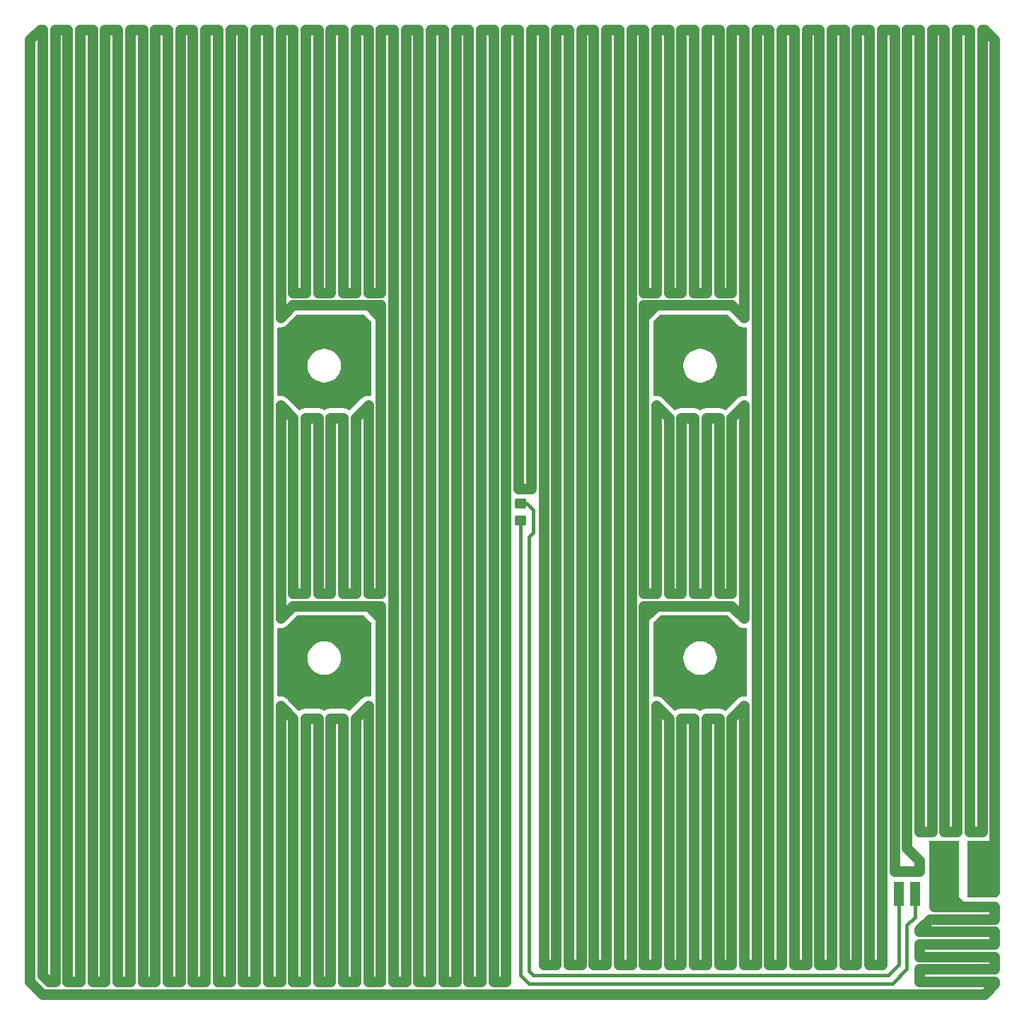
<source format=gbr>
%TF.GenerationSoftware,KiCad,Pcbnew,9.0.1*%
%TF.CreationDate,2025-09-29T15:26:36+08:00*%
%TF.ProjectId,custom_heater,63757374-6f6d-45f6-9865-617465722e6b,3*%
%TF.SameCoordinates,Original*%
%TF.FileFunction,Copper,L1,Top*%
%TF.FilePolarity,Positive*%
%FSLAX46Y46*%
G04 Gerber Fmt 4.6, Leading zero omitted, Abs format (unit mm)*
G04 Created by KiCad (PCBNEW 9.0.1) date 2025-09-29 15:26:36*
%MOMM*%
%LPD*%
G01*
G04 APERTURE LIST*
G04 Aperture macros list*
%AMRoundRect*
0 Rectangle with rounded corners*
0 $1 Rounding radius*
0 $2 $3 $4 $5 $6 $7 $8 $9 X,Y pos of 4 corners*
0 Add a 4 corners polygon primitive as box body*
4,1,4,$2,$3,$4,$5,$6,$7,$8,$9,$2,$3,0*
0 Add four circle primitives for the rounded corners*
1,1,$1+$1,$2,$3*
1,1,$1+$1,$4,$5*
1,1,$1+$1,$6,$7*
1,1,$1+$1,$8,$9*
0 Add four rect primitives between the rounded corners*
20,1,$1+$1,$2,$3,$4,$5,0*
20,1,$1+$1,$4,$5,$6,$7,0*
20,1,$1+$1,$6,$7,$8,$9,0*
20,1,$1+$1,$8,$9,$2,$3,0*%
G04 Aperture macros list end*
%TA.AperFunction,SMDPad,CuDef*%
%ADD10R,1.200000X3.000000*%
%TD*%
%TA.AperFunction,SMDPad,CuDef*%
%ADD11RoundRect,0.250000X0.450000X-0.350000X0.450000X0.350000X-0.450000X0.350000X-0.450000X-0.350000X0*%
%TD*%
%TA.AperFunction,SMDPad,CuDef*%
%ADD12R,3.600000X6.900000*%
%TD*%
%TA.AperFunction,Conductor*%
%ADD13C,1.300000*%
%TD*%
%TA.AperFunction,Conductor*%
%ADD14C,0.400000*%
%TD*%
G04 APERTURE END LIST*
D10*
%TO.P,,1*%
%TO.N,N/C*%
X201650000Y-145850000D03*
%TD*%
%TO.P,,1*%
%TO.N,N/C*%
X199650000Y-145850000D03*
%TD*%
D11*
%TO.P,B3950 100K,1*%
%TO.N,N/C*%
X154400000Y-101100000D03*
%TO.P,B3950 100K,2*%
X154400000Y-99100000D03*
%TD*%
D12*
%TO.P,,1*%
%TO.N,N/C*%
X205150000Y-142850000D03*
%TD*%
%TO.P,,1*%
%TO.N,N/C*%
X209650000Y-142850000D03*
%TD*%
D13*
%TO.N,*%
X179650000Y-75350000D02*
X170650000Y-75350000D01*
X181150000Y-76850000D02*
X179650000Y-75350000D01*
X181150000Y-42350000D02*
X181150000Y-76850000D01*
X179650000Y-42350000D02*
X181150000Y-42350000D01*
X178150000Y-73850000D02*
X179650000Y-73850000D01*
X178150000Y-42350000D02*
X178150000Y-73850000D01*
X176650000Y-42350000D02*
X178150000Y-42350000D01*
X176650000Y-73850000D02*
X176650000Y-42350000D01*
X175150000Y-73850000D02*
X176650000Y-73850000D01*
X175150000Y-42350000D02*
X175150000Y-73850000D01*
X173650000Y-42350000D02*
X175150000Y-42350000D01*
X173650000Y-73850000D02*
X173650000Y-42350000D01*
X172150000Y-73850000D02*
X173650000Y-73850000D01*
X172150000Y-42350000D02*
X172150000Y-73850000D01*
X179650000Y-73850000D02*
X179650000Y-42350000D01*
X169150000Y-73850000D02*
X170650000Y-73850000D01*
X169150000Y-42350000D02*
X169150000Y-73850000D01*
X167650000Y-154350000D02*
X167650000Y-42350000D01*
X166150000Y-154350000D02*
X167650000Y-154350000D01*
X164650000Y-42350000D02*
X166150000Y-42350000D01*
X161650000Y-42350000D02*
X163150000Y-42350000D01*
X161650000Y-154350000D02*
X161650000Y-42350000D01*
X160150000Y-42350000D02*
X160150000Y-154350000D01*
X157150000Y-154350000D02*
X158650000Y-154350000D01*
X155650000Y-42350000D02*
X157150000Y-42350000D01*
X155650000Y-97350000D02*
X155650000Y-42350000D01*
X154150000Y-97350000D02*
X155650000Y-97350000D01*
X154150000Y-42350000D02*
X154150000Y-97350000D01*
X152650000Y-156350000D02*
X152650000Y-42350000D01*
X151150000Y-156350000D02*
X152650000Y-156350000D01*
X151150000Y-42350000D02*
X151150000Y-156350000D01*
X148150000Y-42350000D02*
X148150000Y-156350000D01*
X146650000Y-156350000D02*
X146650000Y-42350000D01*
X148150000Y-156350000D02*
X149650000Y-156350000D01*
X145150000Y-156350000D02*
X146650000Y-156350000D01*
X145150000Y-42350000D02*
X145150000Y-156350000D01*
X143650000Y-42350000D02*
X145150000Y-42350000D01*
X152650000Y-42350000D02*
X154150000Y-42350000D01*
X142150000Y-156350000D02*
X143650000Y-156350000D01*
X142150000Y-42350000D02*
X142150000Y-156350000D01*
X140650000Y-42350000D02*
X142150000Y-42350000D01*
X149650000Y-42350000D02*
X151150000Y-42350000D01*
X140650000Y-156350000D02*
X140650000Y-42350000D01*
X139150000Y-156350000D02*
X140650000Y-156350000D01*
X146650000Y-42350000D02*
X148150000Y-42350000D01*
X139150000Y-42350000D02*
X139150000Y-156350000D01*
X137650000Y-42350000D02*
X139150000Y-42350000D01*
X164650000Y-154350000D02*
X164650000Y-42350000D01*
X137650000Y-73850000D02*
X137650000Y-42350000D01*
X136150000Y-73850000D02*
X137650000Y-73850000D01*
X163150000Y-154350000D02*
X164650000Y-154350000D01*
X136150000Y-42350000D02*
X136150000Y-73850000D01*
X134650000Y-42350000D02*
X136150000Y-42350000D01*
X134650000Y-73850000D02*
X134650000Y-42350000D01*
X149650000Y-156350000D02*
X149650000Y-42350000D01*
X133150000Y-73850000D02*
X134650000Y-73850000D01*
X143650000Y-156350000D02*
X143650000Y-42350000D01*
X133150000Y-42350000D02*
X133150000Y-73850000D01*
X131650000Y-42350000D02*
X133150000Y-42350000D01*
X131650000Y-73850000D02*
X131650000Y-42350000D01*
X130150000Y-73850000D02*
X131650000Y-73850000D01*
X163150000Y-42350000D02*
X163150000Y-154350000D01*
X166150000Y-42350000D02*
X166150000Y-154350000D01*
X130150000Y-42350000D02*
X130150000Y-73850000D01*
X158650000Y-42350000D02*
X160150000Y-42350000D01*
X128650000Y-42350000D02*
X130150000Y-42350000D01*
X128650000Y-73850000D02*
X128650000Y-42350000D01*
X167650000Y-42350000D02*
X169150000Y-42350000D01*
X125650000Y-42350000D02*
X127150000Y-42350000D01*
X170650000Y-42350000D02*
X172150000Y-42350000D01*
X158650000Y-154350000D02*
X158650000Y-42350000D01*
X125650000Y-76850000D02*
X125650000Y-42350000D01*
X170650000Y-73850000D02*
X170650000Y-42350000D01*
X127150000Y-42350000D02*
X127150000Y-73850000D01*
X127150000Y-73850000D02*
X128650000Y-73850000D01*
X160150000Y-154350000D02*
X161650000Y-154350000D01*
X136150000Y-75350000D02*
X127150000Y-75350000D01*
X127150000Y-75350000D02*
X125650000Y-76850000D01*
X157150000Y-42350000D02*
X157150000Y-154350000D01*
D14*
X201650000Y-146100000D02*
X201900000Y-145850000D01*
X200650000Y-149600000D02*
X201650000Y-148600000D01*
X200650000Y-154850000D02*
X200650000Y-149600000D01*
X198900000Y-156600000D02*
X200650000Y-154850000D01*
X155400000Y-156600000D02*
X198900000Y-156600000D01*
X154400000Y-155600000D02*
X155400000Y-156600000D01*
X154400000Y-101100000D02*
X154400000Y-155600000D01*
X201650000Y-148600000D02*
X201650000Y-146100000D01*
X199650000Y-146850000D02*
X199900000Y-146600000D01*
X199650000Y-154350000D02*
X199650000Y-146850000D01*
X198400000Y-155600000D02*
X199650000Y-154350000D01*
X155900000Y-155600000D02*
X198400000Y-155600000D01*
X155900000Y-102600000D02*
X155400000Y-103100000D01*
X155900000Y-99850000D02*
X155900000Y-102600000D01*
X154400000Y-99100000D02*
X155150000Y-99100000D01*
X199900000Y-146600000D02*
X199900000Y-145850000D01*
X155400000Y-103100000D02*
X155400000Y-155100000D01*
X155150000Y-99100000D02*
X155900000Y-99850000D01*
X155400000Y-155100000D02*
X155900000Y-155600000D01*
D13*
X209900000Y-42350000D02*
X211150000Y-43600000D01*
X209650000Y-42350000D02*
X209900000Y-42350000D01*
X208150000Y-138350000D02*
X209650000Y-138350000D01*
X208150000Y-42350000D02*
X208150000Y-138350000D01*
X206650000Y-42350000D02*
X208150000Y-42350000D01*
X206650000Y-138350000D02*
X206650000Y-42350000D01*
X205150000Y-42350000D02*
X205150000Y-138350000D01*
X203650000Y-42350000D02*
X205150000Y-42350000D01*
X203650000Y-138350000D02*
X203650000Y-42350000D01*
X202150000Y-138350000D02*
X203650000Y-138350000D01*
X202150000Y-42350000D02*
X202150000Y-138350000D01*
X202150000Y-141850000D02*
X200650000Y-140350000D01*
X211150000Y-43600000D02*
X211150000Y-138100000D01*
X202150000Y-143100000D02*
X202150000Y-141850000D01*
X197650000Y-42350000D02*
X199150000Y-42350000D01*
X199150000Y-143100000D02*
X202150000Y-143100000D01*
X197650000Y-154350000D02*
X197650000Y-42350000D01*
X194650000Y-42350000D02*
X196150000Y-42350000D01*
X200650000Y-140350000D02*
X200650000Y-42350000D01*
X194650000Y-154350000D02*
X194650000Y-42350000D01*
X193150000Y-154350000D02*
X194650000Y-154350000D01*
X191650000Y-42350000D02*
X193150000Y-42350000D01*
X190150000Y-154350000D02*
X191650000Y-154350000D01*
X190150000Y-42350000D02*
X190150000Y-154350000D01*
X200650000Y-42350000D02*
X202150000Y-42350000D01*
X188650000Y-42350000D02*
X190150000Y-42350000D01*
X187150000Y-154350000D02*
X188650000Y-154350000D01*
X185650000Y-42350000D02*
X187150000Y-42350000D01*
X209650000Y-138350000D02*
X209650000Y-42350000D01*
X185650000Y-154350000D02*
X185650000Y-42350000D01*
X184150000Y-154350000D02*
X185650000Y-154350000D01*
X184150000Y-42350000D02*
X184150000Y-154350000D01*
X182650000Y-154350000D02*
X182650000Y-42350000D01*
X181150000Y-154350000D02*
X182650000Y-154350000D01*
X205150000Y-138350000D02*
X206650000Y-138350000D01*
X181150000Y-123350000D02*
X181150000Y-154350000D01*
X179650000Y-124850000D02*
X181150000Y-123350000D01*
X179650000Y-154350000D02*
X179650000Y-124850000D01*
X178150000Y-154350000D02*
X179650000Y-154350000D01*
X178150000Y-124850000D02*
X178150000Y-154350000D01*
X182650000Y-42350000D02*
X184150000Y-42350000D01*
X176650000Y-124850000D02*
X178150000Y-124850000D01*
X188650000Y-154350000D02*
X188650000Y-42350000D01*
X176650000Y-154350000D02*
X176650000Y-124850000D01*
X199150000Y-42350000D02*
X199150000Y-143100000D01*
X175150000Y-154350000D02*
X176650000Y-154350000D01*
X175150000Y-124850000D02*
X175150000Y-154350000D01*
X173650000Y-124850000D02*
X175150000Y-124850000D01*
X196150000Y-154350000D02*
X197650000Y-154350000D01*
X172150000Y-154350000D02*
X173650000Y-154350000D01*
X172150000Y-124850000D02*
X172150000Y-154350000D01*
X196150000Y-42350000D02*
X196150000Y-154350000D01*
X170650000Y-123350000D02*
X172150000Y-124850000D01*
X173650000Y-154350000D02*
X173650000Y-124850000D01*
X170650000Y-154350000D02*
X170650000Y-123350000D01*
X193150000Y-42350000D02*
X193150000Y-154350000D01*
X169150000Y-154350000D02*
X170650000Y-154350000D01*
X169150000Y-112850000D02*
X169150000Y-154350000D01*
X187150000Y-42350000D02*
X187150000Y-154350000D01*
X191650000Y-154350000D02*
X191650000Y-42350000D01*
X211150000Y-147350000D02*
X208150000Y-147350000D01*
X211150000Y-148850000D02*
X211150000Y-147350000D01*
X202150000Y-150100000D02*
X203400000Y-148850000D01*
X202150000Y-150350000D02*
X202150000Y-150100000D01*
X211150000Y-150350000D02*
X202150000Y-150350000D01*
X211150000Y-151850000D02*
X211150000Y-150350000D01*
X202150000Y-151850000D02*
X211150000Y-151850000D01*
X202150000Y-153350000D02*
X202150000Y-151850000D01*
X211150000Y-153350000D02*
X202150000Y-153350000D01*
X211150000Y-154850000D02*
X211150000Y-153350000D01*
X202150000Y-154850000D02*
X211150000Y-154850000D01*
X202150000Y-156350000D02*
X202150000Y-154850000D01*
X211150000Y-156350000D02*
X202150000Y-156350000D01*
X209900000Y-157850000D02*
X211150000Y-156600000D01*
X95650000Y-156350000D02*
X97150000Y-157850000D01*
X95650000Y-43600000D02*
X95650000Y-156350000D01*
X97150000Y-42350000D02*
X96900000Y-42350000D01*
X203400000Y-148850000D02*
X211150000Y-148850000D01*
X97150000Y-155600000D02*
X97150000Y-42350000D01*
X98650000Y-156350000D02*
X97900000Y-156350000D01*
X98650000Y-42350000D02*
X98650000Y-156350000D01*
X100150000Y-42350000D02*
X98650000Y-42350000D01*
X101650000Y-156350000D02*
X100150000Y-156350000D01*
X103150000Y-156350000D02*
X103150000Y-42350000D01*
X107650000Y-156350000D02*
X106150000Y-156350000D01*
X101650000Y-42350000D02*
X101650000Y-156350000D01*
X107650000Y-42350000D02*
X107650000Y-156350000D01*
X96900000Y-42350000D02*
X95650000Y-43600000D01*
X109150000Y-42350000D02*
X107650000Y-42350000D01*
X109150000Y-156350000D02*
X109150000Y-42350000D01*
X110650000Y-156350000D02*
X109150000Y-156350000D01*
X110650000Y-42350000D02*
X110650000Y-156350000D01*
X97900000Y-156350000D02*
X97150000Y-155600000D01*
X112150000Y-156350000D02*
X112150000Y-42350000D01*
X104650000Y-42350000D02*
X104650000Y-156350000D01*
X113650000Y-156350000D02*
X112150000Y-156350000D01*
X115150000Y-42350000D02*
X113650000Y-42350000D01*
X116650000Y-156350000D02*
X115150000Y-156350000D01*
X211150000Y-156600000D02*
X211150000Y-156350000D01*
X116650000Y-42350000D02*
X116650000Y-156350000D01*
X118150000Y-42350000D02*
X116650000Y-42350000D01*
X118150000Y-156350000D02*
X118150000Y-42350000D01*
X106150000Y-42350000D02*
X104650000Y-42350000D01*
X100150000Y-156350000D02*
X100150000Y-42350000D01*
X119650000Y-156350000D02*
X118150000Y-156350000D01*
X119650000Y-42350000D02*
X119650000Y-156350000D01*
X97150000Y-157850000D02*
X209900000Y-157850000D01*
X121150000Y-42350000D02*
X119650000Y-42350000D01*
X121150000Y-156350000D02*
X121150000Y-42350000D01*
X122650000Y-156350000D02*
X121150000Y-156350000D01*
X122650000Y-42350000D02*
X122650000Y-156350000D01*
X124150000Y-156350000D02*
X124150000Y-42350000D01*
X125650000Y-156350000D02*
X124150000Y-156350000D01*
X115150000Y-156350000D02*
X115150000Y-42350000D01*
X127150000Y-124850000D02*
X125650000Y-123350000D01*
X127150000Y-156350000D02*
X127150000Y-124850000D01*
X128650000Y-156350000D02*
X127150000Y-156350000D01*
X128650000Y-124850000D02*
X128650000Y-156350000D01*
X130150000Y-124850000D02*
X128650000Y-124850000D01*
X130150000Y-156350000D02*
X130150000Y-124850000D01*
X124150000Y-42350000D02*
X122650000Y-42350000D01*
X131650000Y-156350000D02*
X130150000Y-156350000D01*
X112150000Y-42350000D02*
X110650000Y-42350000D01*
X131650000Y-124850000D02*
X131650000Y-156350000D01*
X134650000Y-156350000D02*
X133150000Y-156350000D01*
X104650000Y-156350000D02*
X103150000Y-156350000D01*
X136150000Y-156350000D02*
X136150000Y-123350000D01*
X113650000Y-42350000D02*
X113650000Y-156350000D01*
X133150000Y-156350000D02*
X133150000Y-124850000D01*
X125650000Y-123350000D02*
X125650000Y-156350000D01*
X137650000Y-156350000D02*
X136150000Y-156350000D01*
X137650000Y-112850000D02*
X137650000Y-156350000D01*
X103150000Y-42350000D02*
X101650000Y-42350000D01*
X136150000Y-123350000D02*
X134650000Y-124850000D01*
X106150000Y-156350000D02*
X106150000Y-42350000D01*
X134650000Y-124850000D02*
X134650000Y-156350000D01*
X133150000Y-124850000D02*
X131650000Y-124850000D01*
X175150000Y-88850000D02*
X175150000Y-109850000D01*
X125650000Y-112850000D02*
X125650000Y-87350000D01*
X134650000Y-109850000D02*
X134650000Y-88850000D01*
X131650000Y-109850000D02*
X131650000Y-88850000D01*
X169150000Y-109850000D02*
X170650000Y-109850000D01*
X176650000Y-109850000D02*
X176650000Y-88850000D01*
X170650000Y-111350000D02*
X169150000Y-112850000D01*
X127150000Y-109850000D02*
X128650000Y-109850000D01*
X127150000Y-111350000D02*
X125650000Y-112850000D01*
X130150000Y-109850000D02*
X131650000Y-109850000D01*
X137650000Y-76850000D02*
X137650000Y-75350000D01*
X133150000Y-88850000D02*
X133150000Y-109850000D01*
X173650000Y-109850000D02*
X173650000Y-88850000D01*
X130150000Y-88850000D02*
X130150000Y-109850000D01*
X203900000Y-144100000D02*
X205150000Y-142850000D01*
X131650000Y-88850000D02*
X133150000Y-88850000D01*
X211150000Y-138100000D02*
X211150000Y-145600000D01*
X179650000Y-109850000D02*
X179650000Y-88850000D01*
X172150000Y-109850000D02*
X173650000Y-109850000D01*
X208150000Y-147350000D02*
X203900000Y-147350000D01*
X137650000Y-112850000D02*
X136150000Y-111350000D01*
X169150000Y-75350000D02*
X170650000Y-75350000D01*
X136150000Y-109850000D02*
X137650000Y-109850000D01*
X133150000Y-109850000D02*
X134650000Y-109850000D01*
X136150000Y-87350000D02*
X136150000Y-109850000D01*
X170650000Y-109850000D02*
X170650000Y-87350000D01*
X208150000Y-147350000D02*
X207150000Y-147350000D01*
X127150000Y-88850000D02*
X127150000Y-109850000D01*
X207150000Y-147350000D02*
X204400000Y-144600000D01*
X169150000Y-76850000D02*
X169150000Y-75350000D01*
X137650000Y-111350000D02*
X136150000Y-111350000D01*
X211150000Y-138100000D02*
X211150000Y-141350000D01*
X173650000Y-88850000D02*
X175150000Y-88850000D01*
X179650000Y-111350000D02*
X170650000Y-111350000D01*
X181150000Y-112850000D02*
X179650000Y-111350000D01*
X136150000Y-111350000D02*
X127150000Y-111350000D01*
X181150000Y-87350000D02*
X181150000Y-112850000D01*
X172150000Y-88850000D02*
X172150000Y-109850000D01*
X137650000Y-112850000D02*
X137650000Y-111350000D01*
X211150000Y-141350000D02*
X209650000Y-142850000D01*
X175150000Y-109850000D02*
X176650000Y-109850000D01*
X134650000Y-88850000D02*
X136150000Y-87350000D01*
X137650000Y-75350000D02*
X136150000Y-75350000D01*
X170650000Y-111350000D02*
X172150000Y-111350000D01*
X125650000Y-87350000D02*
X127150000Y-88850000D01*
X128650000Y-109850000D02*
X128650000Y-88850000D01*
X169150000Y-112850000D02*
X169150000Y-111350000D01*
X170650000Y-87350000D02*
X172150000Y-88850000D01*
X170650000Y-75350000D02*
X169150000Y-76850000D01*
X169150000Y-76850000D02*
X169150000Y-109850000D01*
X179650000Y-88850000D02*
X181150000Y-87350000D01*
X137650000Y-76850000D02*
X136150000Y-75350000D01*
X176650000Y-88850000D02*
X178150000Y-88850000D01*
X203900000Y-147350000D02*
X203900000Y-144100000D01*
X137650000Y-109850000D02*
X137650000Y-76850000D01*
X204400000Y-144600000D02*
X205150000Y-145350000D01*
X178150000Y-109850000D02*
X179650000Y-109850000D01*
X169150000Y-111350000D02*
X170650000Y-111350000D01*
X178150000Y-88850000D02*
X178150000Y-109850000D01*
X205150000Y-145350000D02*
X205150000Y-147100000D01*
X128650000Y-88850000D02*
X130150000Y-88850000D01*
%TD*%
%TA.AperFunction,NonConductor*%
G36*
X179189124Y-76520185D02*
G01*
X179209766Y-76536819D01*
X180269321Y-77596374D01*
X180269335Y-77596389D01*
X180272446Y-77599500D01*
X180272447Y-77599501D01*
X180400499Y-77727553D01*
X180400502Y-77727555D01*
X180400506Y-77727559D01*
X180533364Y-77824084D01*
X180547006Y-77833996D01*
X180652484Y-77887740D01*
X180708360Y-77916211D01*
X180708363Y-77916212D01*
X180794476Y-77944191D01*
X180880591Y-77972171D01*
X181059453Y-78000501D01*
X181059454Y-78000501D01*
X181240545Y-78000501D01*
X181240546Y-78000501D01*
X181356102Y-77982198D01*
X181425395Y-77991152D01*
X181478847Y-78036148D01*
X181499487Y-78102900D01*
X181499500Y-78104671D01*
X181499500Y-86095328D01*
X181479815Y-86162367D01*
X181427011Y-86208122D01*
X181357853Y-86218066D01*
X181356103Y-86217801D01*
X181240546Y-86199499D01*
X181059453Y-86199499D01*
X181005012Y-86208122D01*
X180880589Y-86227829D01*
X180708363Y-86283787D01*
X180708360Y-86283788D01*
X180547002Y-86366006D01*
X180400505Y-86472441D01*
X180400500Y-86472445D01*
X180272444Y-86600502D01*
X178974966Y-87897979D01*
X178913643Y-87931464D01*
X178843951Y-87926480D01*
X178814401Y-87910617D01*
X178752996Y-87866005D01*
X178591639Y-87783788D01*
X178591636Y-87783787D01*
X178419410Y-87727829D01*
X178240551Y-87699500D01*
X178240546Y-87699500D01*
X176740546Y-87699500D01*
X176559454Y-87699500D01*
X176559449Y-87699500D01*
X176380589Y-87727829D01*
X176208363Y-87783787D01*
X176208360Y-87783788D01*
X176047003Y-87866005D01*
X175972884Y-87919855D01*
X175907078Y-87943334D01*
X175839024Y-87927508D01*
X175827116Y-87919855D01*
X175752996Y-87866005D01*
X175591639Y-87783788D01*
X175591636Y-87783787D01*
X175419410Y-87727829D01*
X175240551Y-87699500D01*
X175240546Y-87699500D01*
X173740546Y-87699500D01*
X173559454Y-87699500D01*
X173559449Y-87699500D01*
X173380589Y-87727829D01*
X173208363Y-87783787D01*
X173208360Y-87783788D01*
X173047003Y-87866005D01*
X172985598Y-87910618D01*
X172919792Y-87934097D01*
X172851738Y-87918271D01*
X172825033Y-87897980D01*
X171531893Y-86604840D01*
X171531884Y-86604830D01*
X171527553Y-86600499D01*
X171399501Y-86472447D01*
X171399497Y-86472444D01*
X171399493Y-86472440D01*
X171252997Y-86366006D01*
X171252996Y-86366005D01*
X171252994Y-86366004D01*
X171201300Y-86339664D01*
X171091639Y-86283788D01*
X171091636Y-86283787D01*
X170919410Y-86227829D01*
X170829977Y-86213664D01*
X170740546Y-86199499D01*
X170559454Y-86199499D01*
X170443897Y-86217801D01*
X170374604Y-86208846D01*
X170321152Y-86163850D01*
X170300513Y-86097098D01*
X170300500Y-86095328D01*
X170300500Y-82468872D01*
X173899500Y-82468872D01*
X173899500Y-82731127D01*
X173926123Y-82933339D01*
X173933730Y-82991116D01*
X174001602Y-83244418D01*
X174001605Y-83244428D01*
X174019110Y-83286687D01*
X174019111Y-83286691D01*
X174033601Y-83321676D01*
X174033615Y-83321708D01*
X174101953Y-83486690D01*
X174101957Y-83486697D01*
X174132946Y-83540371D01*
X174160779Y-83588582D01*
X174233071Y-83713795D01*
X174233082Y-83713811D01*
X174281301Y-83776652D01*
X174320179Y-83827318D01*
X174390041Y-83918362D01*
X174392718Y-83921851D01*
X174574171Y-84103304D01*
X174578151Y-84107284D01*
X174672688Y-84179825D01*
X174723355Y-84218703D01*
X174786191Y-84266920D01*
X174786197Y-84266924D01*
X174959630Y-84367055D01*
X175013291Y-84398037D01*
X175013300Y-84398041D01*
X175013303Y-84398043D01*
X175013307Y-84398044D01*
X175013312Y-84398047D01*
X175178280Y-84466379D01*
X175184933Y-84469134D01*
X175255581Y-84498398D01*
X175508884Y-84566270D01*
X175768880Y-84600500D01*
X175768887Y-84600500D01*
X176031113Y-84600500D01*
X176031120Y-84600500D01*
X176291116Y-84566270D01*
X176544419Y-84498398D01*
X176786697Y-84398043D01*
X177013803Y-84266924D01*
X177221851Y-84107282D01*
X177407282Y-83921851D01*
X177566924Y-83713803D01*
X177698043Y-83486697D01*
X177798398Y-83244419D01*
X177866270Y-82991116D01*
X177900500Y-82731120D01*
X177900500Y-82468880D01*
X177866270Y-82208884D01*
X177798398Y-81955581D01*
X177698043Y-81713303D01*
X177698040Y-81713299D01*
X177698037Y-81713291D01*
X177667055Y-81659630D01*
X177667054Y-81659629D01*
X177667049Y-81659620D01*
X177566924Y-81486197D01*
X177566916Y-81486187D01*
X177518703Y-81423355D01*
X177479817Y-81372678D01*
X177407284Y-81278151D01*
X177407272Y-81278139D01*
X177221851Y-81092718D01*
X177127318Y-81020179D01*
X177076652Y-80981301D01*
X177013811Y-80933082D01*
X177013809Y-80933080D01*
X177013803Y-80933076D01*
X177013798Y-80933073D01*
X177013795Y-80933071D01*
X176888585Y-80860781D01*
X176862340Y-80845629D01*
X176786697Y-80801957D01*
X176786695Y-80801956D01*
X176786690Y-80801953D01*
X176621708Y-80733615D01*
X176621708Y-80733614D01*
X176586697Y-80719113D01*
X176586687Y-80719110D01*
X176544428Y-80701605D01*
X176544421Y-80701603D01*
X176544419Y-80701602D01*
X176291116Y-80633730D01*
X176233339Y-80626123D01*
X176031127Y-80599500D01*
X176031120Y-80599500D01*
X175768880Y-80599500D01*
X175768872Y-80599500D01*
X175537772Y-80629926D01*
X175508884Y-80633730D01*
X175489515Y-80638920D01*
X175255577Y-80701603D01*
X175213301Y-80719113D01*
X175213300Y-80719112D01*
X175178330Y-80733597D01*
X175178291Y-80733615D01*
X175013304Y-80801956D01*
X175013301Y-80801957D01*
X174959623Y-80832946D01*
X174959624Y-80832947D01*
X174911422Y-80860777D01*
X174786197Y-80933076D01*
X174786187Y-80933082D01*
X174723349Y-80981300D01*
X174672690Y-81020171D01*
X174672679Y-81020181D01*
X174578141Y-81092724D01*
X174578139Y-81092726D01*
X174508881Y-81161983D01*
X174461983Y-81208881D01*
X174392726Y-81278139D01*
X174392724Y-81278141D01*
X174320181Y-81372679D01*
X174320180Y-81372678D01*
X174281300Y-81423349D01*
X174233082Y-81486187D01*
X174233076Y-81486197D01*
X174160777Y-81611422D01*
X174132949Y-81659620D01*
X174101957Y-81713301D01*
X174101956Y-81713304D01*
X174033615Y-81878291D01*
X174033614Y-81878290D01*
X174019114Y-81913295D01*
X174019113Y-81913301D01*
X174001603Y-81955577D01*
X173933730Y-82208885D01*
X173899500Y-82468872D01*
X170300500Y-82468872D01*
X170300500Y-77377915D01*
X170320185Y-77310876D01*
X170336819Y-77290234D01*
X171090234Y-76536819D01*
X171151557Y-76503334D01*
X171177915Y-76500500D01*
X179122085Y-76500500D01*
X179189124Y-76520185D01*
G37*
%TD.AperFunction*%
%TA.AperFunction,NonConductor*%
G36*
X135689124Y-76520185D02*
G01*
X135709766Y-76536819D01*
X136463181Y-77290234D01*
X136496666Y-77351557D01*
X136499500Y-77377915D01*
X136499500Y-86095328D01*
X136479815Y-86162367D01*
X136427011Y-86208122D01*
X136357853Y-86218066D01*
X136356103Y-86217801D01*
X136240546Y-86199499D01*
X136059453Y-86199499D01*
X136005012Y-86208122D01*
X135880589Y-86227829D01*
X135708363Y-86283787D01*
X135708360Y-86283788D01*
X135547002Y-86366006D01*
X135400505Y-86472441D01*
X135400500Y-86472445D01*
X135272444Y-86600502D01*
X133974966Y-87897979D01*
X133913643Y-87931464D01*
X133843951Y-87926480D01*
X133814401Y-87910617D01*
X133752996Y-87866005D01*
X133591639Y-87783788D01*
X133591636Y-87783787D01*
X133419410Y-87727829D01*
X133240551Y-87699500D01*
X133240546Y-87699500D01*
X131740546Y-87699500D01*
X131559454Y-87699500D01*
X131559449Y-87699500D01*
X131380589Y-87727829D01*
X131208363Y-87783787D01*
X131208360Y-87783788D01*
X131047003Y-87866005D01*
X130972884Y-87919855D01*
X130907078Y-87943334D01*
X130839024Y-87927508D01*
X130827116Y-87919855D01*
X130752996Y-87866005D01*
X130591639Y-87783788D01*
X130591636Y-87783787D01*
X130419410Y-87727829D01*
X130240551Y-87699500D01*
X130240546Y-87699500D01*
X128740546Y-87699500D01*
X128559454Y-87699500D01*
X128559449Y-87699500D01*
X128380589Y-87727829D01*
X128208363Y-87783787D01*
X128208360Y-87783788D01*
X128047003Y-87866005D01*
X127985598Y-87910618D01*
X127919792Y-87934097D01*
X127851738Y-87918271D01*
X127825033Y-87897980D01*
X126531893Y-86604840D01*
X126531884Y-86604830D01*
X126527553Y-86600499D01*
X126399501Y-86472447D01*
X126399497Y-86472444D01*
X126399493Y-86472440D01*
X126252997Y-86366006D01*
X126252996Y-86366005D01*
X126252994Y-86366004D01*
X126201300Y-86339664D01*
X126091639Y-86283788D01*
X126091636Y-86283787D01*
X125919410Y-86227829D01*
X125829977Y-86213664D01*
X125740546Y-86199499D01*
X125559454Y-86199499D01*
X125443897Y-86217801D01*
X125374604Y-86208846D01*
X125321152Y-86163850D01*
X125300513Y-86097098D01*
X125300500Y-86095328D01*
X125300500Y-82468872D01*
X128899500Y-82468872D01*
X128899500Y-82731127D01*
X128926123Y-82933339D01*
X128933730Y-82991116D01*
X129001602Y-83244418D01*
X129001605Y-83244428D01*
X129019110Y-83286687D01*
X129019111Y-83286691D01*
X129033601Y-83321676D01*
X129033615Y-83321708D01*
X129101953Y-83486690D01*
X129101957Y-83486697D01*
X129132946Y-83540371D01*
X129160779Y-83588582D01*
X129233071Y-83713795D01*
X129233082Y-83713811D01*
X129281301Y-83776652D01*
X129320179Y-83827318D01*
X129390041Y-83918362D01*
X129392718Y-83921851D01*
X129574171Y-84103304D01*
X129578151Y-84107284D01*
X129672688Y-84179825D01*
X129723355Y-84218703D01*
X129786191Y-84266920D01*
X129786197Y-84266924D01*
X129959630Y-84367055D01*
X130013291Y-84398037D01*
X130013300Y-84398041D01*
X130013303Y-84398043D01*
X130013307Y-84398044D01*
X130013312Y-84398047D01*
X130178280Y-84466379D01*
X130184933Y-84469134D01*
X130255581Y-84498398D01*
X130508884Y-84566270D01*
X130768880Y-84600500D01*
X130768887Y-84600500D01*
X131031113Y-84600500D01*
X131031120Y-84600500D01*
X131291116Y-84566270D01*
X131544419Y-84498398D01*
X131786697Y-84398043D01*
X132013803Y-84266924D01*
X132221851Y-84107282D01*
X132407282Y-83921851D01*
X132566924Y-83713803D01*
X132698043Y-83486697D01*
X132798398Y-83244419D01*
X132866270Y-82991116D01*
X132900500Y-82731120D01*
X132900500Y-82468880D01*
X132866270Y-82208884D01*
X132798398Y-81955581D01*
X132698043Y-81713303D01*
X132698040Y-81713299D01*
X132698037Y-81713291D01*
X132667055Y-81659630D01*
X132667054Y-81659629D01*
X132667049Y-81659620D01*
X132566924Y-81486197D01*
X132566916Y-81486187D01*
X132518703Y-81423355D01*
X132479817Y-81372678D01*
X132407284Y-81278151D01*
X132407272Y-81278139D01*
X132221851Y-81092718D01*
X132127318Y-81020179D01*
X132076652Y-80981301D01*
X132013811Y-80933082D01*
X132013809Y-80933080D01*
X132013803Y-80933076D01*
X132013798Y-80933073D01*
X132013795Y-80933071D01*
X131888585Y-80860781D01*
X131862340Y-80845629D01*
X131786697Y-80801957D01*
X131786695Y-80801956D01*
X131786690Y-80801953D01*
X131621708Y-80733615D01*
X131621708Y-80733614D01*
X131586697Y-80719113D01*
X131586687Y-80719110D01*
X131544428Y-80701605D01*
X131544421Y-80701603D01*
X131544419Y-80701602D01*
X131291116Y-80633730D01*
X131233339Y-80626123D01*
X131031127Y-80599500D01*
X131031120Y-80599500D01*
X130768880Y-80599500D01*
X130768872Y-80599500D01*
X130537772Y-80629926D01*
X130508884Y-80633730D01*
X130489515Y-80638920D01*
X130255577Y-80701603D01*
X130213301Y-80719113D01*
X130213300Y-80719112D01*
X130178330Y-80733597D01*
X130178291Y-80733615D01*
X130013304Y-80801956D01*
X130013301Y-80801957D01*
X129959623Y-80832946D01*
X129959624Y-80832947D01*
X129911422Y-80860777D01*
X129786197Y-80933076D01*
X129786187Y-80933082D01*
X129723349Y-80981300D01*
X129672690Y-81020171D01*
X129672679Y-81020181D01*
X129578141Y-81092724D01*
X129578139Y-81092726D01*
X129508881Y-81161983D01*
X129461983Y-81208881D01*
X129392726Y-81278139D01*
X129392724Y-81278141D01*
X129320181Y-81372679D01*
X129320180Y-81372678D01*
X129281300Y-81423349D01*
X129233082Y-81486187D01*
X129233076Y-81486197D01*
X129160777Y-81611422D01*
X129132949Y-81659620D01*
X129101957Y-81713301D01*
X129101956Y-81713304D01*
X129033615Y-81878291D01*
X129033614Y-81878290D01*
X129019114Y-81913295D01*
X129019113Y-81913301D01*
X129001603Y-81955577D01*
X128933730Y-82208885D01*
X128899500Y-82468872D01*
X125300500Y-82468872D01*
X125300500Y-78104671D01*
X125320185Y-78037632D01*
X125372989Y-77991877D01*
X125442147Y-77981933D01*
X125443875Y-77982194D01*
X125559454Y-78000501D01*
X125559455Y-78000501D01*
X125740545Y-78000501D01*
X125740546Y-78000501D01*
X125919409Y-77972171D01*
X126091639Y-77916211D01*
X126252994Y-77833996D01*
X126252995Y-77833995D01*
X126399501Y-77727553D01*
X126527553Y-77599501D01*
X126527554Y-77599499D01*
X126534614Y-77592439D01*
X126534619Y-77592432D01*
X127590234Y-76536819D01*
X127651557Y-76503334D01*
X127677915Y-76500500D01*
X135622085Y-76500500D01*
X135689124Y-76520185D01*
G37*
%TD.AperFunction*%
%TA.AperFunction,NonConductor*%
G36*
X179189124Y-112520185D02*
G01*
X179209766Y-112536819D01*
X180269321Y-113596374D01*
X180269335Y-113596389D01*
X180272446Y-113599500D01*
X180272447Y-113599501D01*
X180400499Y-113727553D01*
X180400502Y-113727555D01*
X180400506Y-113727559D01*
X180533364Y-113824084D01*
X180547006Y-113833996D01*
X180652484Y-113887740D01*
X180708360Y-113916211D01*
X180708363Y-113916212D01*
X180794476Y-113944191D01*
X180880591Y-113972171D01*
X181059453Y-114000501D01*
X181059454Y-114000501D01*
X181240545Y-114000501D01*
X181240546Y-114000501D01*
X181356102Y-113982198D01*
X181425395Y-113991152D01*
X181478847Y-114036148D01*
X181499487Y-114102900D01*
X181499500Y-114104671D01*
X181499500Y-122095328D01*
X181479815Y-122162367D01*
X181427011Y-122208122D01*
X181357853Y-122218066D01*
X181356103Y-122217801D01*
X181240546Y-122199499D01*
X181059453Y-122199499D01*
X181005012Y-122208122D01*
X180880589Y-122227829D01*
X180708363Y-122283787D01*
X180708360Y-122283788D01*
X180547002Y-122366006D01*
X180400505Y-122472441D01*
X180400500Y-122472445D01*
X180272444Y-122600502D01*
X178974966Y-123897979D01*
X178913643Y-123931464D01*
X178843951Y-123926480D01*
X178814401Y-123910617D01*
X178752996Y-123866005D01*
X178591639Y-123783788D01*
X178591636Y-123783787D01*
X178419410Y-123727829D01*
X178240551Y-123699500D01*
X178240546Y-123699500D01*
X176740546Y-123699500D01*
X176559454Y-123699500D01*
X176559449Y-123699500D01*
X176380589Y-123727829D01*
X176208363Y-123783787D01*
X176208360Y-123783788D01*
X176047003Y-123866005D01*
X175972884Y-123919855D01*
X175907078Y-123943334D01*
X175839024Y-123927508D01*
X175827116Y-123919855D01*
X175752996Y-123866005D01*
X175591639Y-123783788D01*
X175591636Y-123783787D01*
X175419410Y-123727829D01*
X175240551Y-123699500D01*
X175240546Y-123699500D01*
X173740546Y-123699500D01*
X173559454Y-123699500D01*
X173559449Y-123699500D01*
X173380589Y-123727829D01*
X173208363Y-123783787D01*
X173208360Y-123783788D01*
X173047003Y-123866005D01*
X172985598Y-123910618D01*
X172919792Y-123934097D01*
X172851738Y-123918271D01*
X172825033Y-123897980D01*
X171531893Y-122604840D01*
X171531884Y-122604830D01*
X171527553Y-122600499D01*
X171399501Y-122472447D01*
X171399497Y-122472444D01*
X171399493Y-122472440D01*
X171252997Y-122366006D01*
X171252996Y-122366005D01*
X171252994Y-122366004D01*
X171201300Y-122339664D01*
X171091639Y-122283788D01*
X171091636Y-122283787D01*
X170919410Y-122227829D01*
X170829977Y-122213664D01*
X170740546Y-122199499D01*
X170559454Y-122199499D01*
X170443897Y-122217801D01*
X170374604Y-122208846D01*
X170321152Y-122163850D01*
X170300513Y-122097098D01*
X170300500Y-122095328D01*
X170300500Y-117468872D01*
X173899500Y-117468872D01*
X173899500Y-117731127D01*
X173926123Y-117933339D01*
X173933730Y-117991116D01*
X174001602Y-118244418D01*
X174001605Y-118244428D01*
X174019110Y-118286687D01*
X174019111Y-118286691D01*
X174033601Y-118321676D01*
X174033615Y-118321708D01*
X174101953Y-118486690D01*
X174101957Y-118486697D01*
X174132946Y-118540371D01*
X174160779Y-118588582D01*
X174233071Y-118713795D01*
X174233082Y-118713811D01*
X174281301Y-118776652D01*
X174320179Y-118827318D01*
X174390041Y-118918362D01*
X174392718Y-118921851D01*
X174574171Y-119103304D01*
X174578151Y-119107284D01*
X174672688Y-119179825D01*
X174723355Y-119218703D01*
X174786191Y-119266920D01*
X174786197Y-119266924D01*
X174959630Y-119367055D01*
X175013291Y-119398037D01*
X175013300Y-119398041D01*
X175013303Y-119398043D01*
X175013307Y-119398044D01*
X175013312Y-119398047D01*
X175178280Y-119466379D01*
X175184933Y-119469134D01*
X175255581Y-119498398D01*
X175508884Y-119566270D01*
X175768880Y-119600500D01*
X175768887Y-119600500D01*
X176031113Y-119600500D01*
X176031120Y-119600500D01*
X176291116Y-119566270D01*
X176544419Y-119498398D01*
X176786697Y-119398043D01*
X177013803Y-119266924D01*
X177221851Y-119107282D01*
X177407282Y-118921851D01*
X177566924Y-118713803D01*
X177698043Y-118486697D01*
X177798398Y-118244419D01*
X177866270Y-117991116D01*
X177900500Y-117731120D01*
X177900500Y-117468880D01*
X177866270Y-117208884D01*
X177798398Y-116955581D01*
X177698043Y-116713303D01*
X177698040Y-116713299D01*
X177698037Y-116713291D01*
X177667055Y-116659630D01*
X177667054Y-116659629D01*
X177667049Y-116659620D01*
X177566924Y-116486197D01*
X177566916Y-116486187D01*
X177518703Y-116423355D01*
X177479817Y-116372678D01*
X177407284Y-116278151D01*
X177407272Y-116278139D01*
X177221851Y-116092718D01*
X177127318Y-116020179D01*
X177076652Y-115981301D01*
X177013811Y-115933082D01*
X177013809Y-115933080D01*
X177013803Y-115933076D01*
X177013798Y-115933073D01*
X177013795Y-115933071D01*
X176888585Y-115860781D01*
X176862340Y-115845629D01*
X176786697Y-115801957D01*
X176786695Y-115801956D01*
X176786690Y-115801953D01*
X176621708Y-115733615D01*
X176621708Y-115733614D01*
X176586697Y-115719113D01*
X176586687Y-115719110D01*
X176544428Y-115701605D01*
X176544421Y-115701603D01*
X176544419Y-115701602D01*
X176291116Y-115633730D01*
X176233339Y-115626123D01*
X176031127Y-115599500D01*
X176031120Y-115599500D01*
X175768880Y-115599500D01*
X175768872Y-115599500D01*
X175537772Y-115629926D01*
X175508884Y-115633730D01*
X175489515Y-115638920D01*
X175255577Y-115701603D01*
X175213301Y-115719113D01*
X175213300Y-115719112D01*
X175178330Y-115733597D01*
X175178291Y-115733615D01*
X175013304Y-115801956D01*
X175013301Y-115801957D01*
X174959623Y-115832946D01*
X174959624Y-115832947D01*
X174911422Y-115860777D01*
X174786197Y-115933076D01*
X174786187Y-115933082D01*
X174723349Y-115981300D01*
X174672690Y-116020171D01*
X174672679Y-116020181D01*
X174578141Y-116092724D01*
X174578139Y-116092726D01*
X174508881Y-116161983D01*
X174461983Y-116208881D01*
X174392726Y-116278139D01*
X174392724Y-116278141D01*
X174320181Y-116372679D01*
X174320180Y-116372678D01*
X174281300Y-116423349D01*
X174233082Y-116486187D01*
X174233076Y-116486197D01*
X174160777Y-116611422D01*
X174132949Y-116659620D01*
X174101957Y-116713301D01*
X174101956Y-116713304D01*
X174033615Y-116878291D01*
X174033614Y-116878290D01*
X174019114Y-116913295D01*
X174019113Y-116913301D01*
X174001603Y-116955577D01*
X173933730Y-117208885D01*
X173899500Y-117468872D01*
X170300500Y-117468872D01*
X170300500Y-113377915D01*
X170320185Y-113310876D01*
X170336819Y-113290234D01*
X171090234Y-112536819D01*
X171151557Y-112503334D01*
X171177915Y-112500500D01*
X172240546Y-112500500D01*
X179122085Y-112500500D01*
X179189124Y-112520185D01*
G37*
%TD.AperFunction*%
%TA.AperFunction,NonConductor*%
G36*
X135689124Y-112520185D02*
G01*
X135709766Y-112536819D01*
X136463181Y-113290234D01*
X136496666Y-113351557D01*
X136499500Y-113377915D01*
X136499500Y-122095328D01*
X136479815Y-122162367D01*
X136427011Y-122208122D01*
X136357853Y-122218066D01*
X136356103Y-122217801D01*
X136240546Y-122199499D01*
X136059453Y-122199499D01*
X136005012Y-122208122D01*
X135880589Y-122227829D01*
X135708363Y-122283787D01*
X135708360Y-122283788D01*
X135547002Y-122366006D01*
X135400505Y-122472441D01*
X135400500Y-122472445D01*
X135272444Y-122600502D01*
X133974966Y-123897979D01*
X133913643Y-123931464D01*
X133843951Y-123926480D01*
X133814401Y-123910617D01*
X133752996Y-123866005D01*
X133591639Y-123783788D01*
X133591636Y-123783787D01*
X133419410Y-123727829D01*
X133240551Y-123699500D01*
X133240546Y-123699500D01*
X131740546Y-123699500D01*
X131559454Y-123699500D01*
X131559449Y-123699500D01*
X131380589Y-123727829D01*
X131208363Y-123783787D01*
X131208360Y-123783788D01*
X131047003Y-123866005D01*
X130972884Y-123919855D01*
X130907078Y-123943334D01*
X130839024Y-123927508D01*
X130827116Y-123919855D01*
X130752996Y-123866005D01*
X130591639Y-123783788D01*
X130591636Y-123783787D01*
X130419410Y-123727829D01*
X130240551Y-123699500D01*
X130240546Y-123699500D01*
X128740546Y-123699500D01*
X128559454Y-123699500D01*
X128559449Y-123699500D01*
X128380589Y-123727829D01*
X128208363Y-123783787D01*
X128208360Y-123783788D01*
X128047003Y-123866005D01*
X127985598Y-123910618D01*
X127919792Y-123934097D01*
X127851738Y-123918271D01*
X127825033Y-123897980D01*
X126531893Y-122604840D01*
X126531884Y-122604830D01*
X126527553Y-122600499D01*
X126399501Y-122472447D01*
X126399497Y-122472444D01*
X126399493Y-122472440D01*
X126252997Y-122366006D01*
X126252996Y-122366005D01*
X126252994Y-122366004D01*
X126201300Y-122339664D01*
X126091639Y-122283788D01*
X126091636Y-122283787D01*
X125919410Y-122227829D01*
X125829977Y-122213664D01*
X125740546Y-122199499D01*
X125559454Y-122199499D01*
X125443897Y-122217801D01*
X125374604Y-122208846D01*
X125321152Y-122163850D01*
X125300513Y-122097098D01*
X125300500Y-122095328D01*
X125300500Y-117468872D01*
X128899500Y-117468872D01*
X128899500Y-117731127D01*
X128926123Y-117933339D01*
X128933730Y-117991116D01*
X129001602Y-118244418D01*
X129001605Y-118244428D01*
X129019110Y-118286687D01*
X129019111Y-118286691D01*
X129033601Y-118321676D01*
X129033615Y-118321708D01*
X129101953Y-118486690D01*
X129101957Y-118486697D01*
X129132946Y-118540371D01*
X129160779Y-118588582D01*
X129233071Y-118713795D01*
X129233082Y-118713811D01*
X129281301Y-118776652D01*
X129320179Y-118827318D01*
X129390041Y-118918362D01*
X129392718Y-118921851D01*
X129574171Y-119103304D01*
X129578151Y-119107284D01*
X129672688Y-119179825D01*
X129723355Y-119218703D01*
X129786191Y-119266920D01*
X129786197Y-119266924D01*
X129959630Y-119367055D01*
X130013291Y-119398037D01*
X130013300Y-119398041D01*
X130013303Y-119398043D01*
X130013307Y-119398044D01*
X130013312Y-119398047D01*
X130178280Y-119466379D01*
X130184933Y-119469134D01*
X130255581Y-119498398D01*
X130508884Y-119566270D01*
X130768880Y-119600500D01*
X130768887Y-119600500D01*
X131031113Y-119600500D01*
X131031120Y-119600500D01*
X131291116Y-119566270D01*
X131544419Y-119498398D01*
X131786697Y-119398043D01*
X132013803Y-119266924D01*
X132221851Y-119107282D01*
X132407282Y-118921851D01*
X132566924Y-118713803D01*
X132698043Y-118486697D01*
X132798398Y-118244419D01*
X132866270Y-117991116D01*
X132900500Y-117731120D01*
X132900500Y-117468880D01*
X132866270Y-117208884D01*
X132798398Y-116955581D01*
X132698043Y-116713303D01*
X132698040Y-116713299D01*
X132698037Y-116713291D01*
X132667055Y-116659630D01*
X132667054Y-116659629D01*
X132667049Y-116659620D01*
X132566924Y-116486197D01*
X132566916Y-116486187D01*
X132518703Y-116423355D01*
X132479817Y-116372678D01*
X132407284Y-116278151D01*
X132407272Y-116278139D01*
X132221851Y-116092718D01*
X132127318Y-116020179D01*
X132076652Y-115981301D01*
X132013811Y-115933082D01*
X132013809Y-115933080D01*
X132013803Y-115933076D01*
X132013798Y-115933073D01*
X132013795Y-115933071D01*
X131888585Y-115860781D01*
X131862340Y-115845629D01*
X131786697Y-115801957D01*
X131786695Y-115801956D01*
X131786690Y-115801953D01*
X131621708Y-115733615D01*
X131621708Y-115733614D01*
X131586697Y-115719113D01*
X131586687Y-115719110D01*
X131544428Y-115701605D01*
X131544421Y-115701603D01*
X131544419Y-115701602D01*
X131291116Y-115633730D01*
X131233339Y-115626123D01*
X131031127Y-115599500D01*
X131031120Y-115599500D01*
X130768880Y-115599500D01*
X130768872Y-115599500D01*
X130537772Y-115629926D01*
X130508884Y-115633730D01*
X130489515Y-115638920D01*
X130255577Y-115701603D01*
X130213301Y-115719113D01*
X130213300Y-115719112D01*
X130178330Y-115733597D01*
X130178291Y-115733615D01*
X130013304Y-115801956D01*
X130013301Y-115801957D01*
X129959623Y-115832946D01*
X129959624Y-115832947D01*
X129911422Y-115860777D01*
X129786197Y-115933076D01*
X129786187Y-115933082D01*
X129723349Y-115981300D01*
X129672690Y-116020171D01*
X129672679Y-116020181D01*
X129578141Y-116092724D01*
X129578139Y-116092726D01*
X129508881Y-116161983D01*
X129461983Y-116208881D01*
X129392726Y-116278139D01*
X129392724Y-116278141D01*
X129320181Y-116372679D01*
X129320180Y-116372678D01*
X129281300Y-116423349D01*
X129233082Y-116486187D01*
X129233076Y-116486197D01*
X129160777Y-116611422D01*
X129132949Y-116659620D01*
X129101957Y-116713301D01*
X129101956Y-116713304D01*
X129033615Y-116878291D01*
X129033614Y-116878290D01*
X129019114Y-116913295D01*
X129019113Y-116913301D01*
X129001603Y-116955577D01*
X128933730Y-117208885D01*
X128899500Y-117468872D01*
X125300500Y-117468872D01*
X125300500Y-114104671D01*
X125320185Y-114037632D01*
X125372989Y-113991877D01*
X125442147Y-113981933D01*
X125443875Y-113982194D01*
X125559454Y-114000501D01*
X125559455Y-114000501D01*
X125740545Y-114000501D01*
X125740546Y-114000501D01*
X125919409Y-113972171D01*
X126091639Y-113916211D01*
X126252994Y-113833996D01*
X126252995Y-113833995D01*
X126399501Y-113727553D01*
X126527553Y-113599501D01*
X126527554Y-113599499D01*
X126534614Y-113592439D01*
X126534619Y-113592432D01*
X127590234Y-112536819D01*
X127651557Y-112503334D01*
X127677915Y-112500500D01*
X135622085Y-112500500D01*
X135689124Y-112520185D01*
G37*
%TD.AperFunction*%
M02*

</source>
